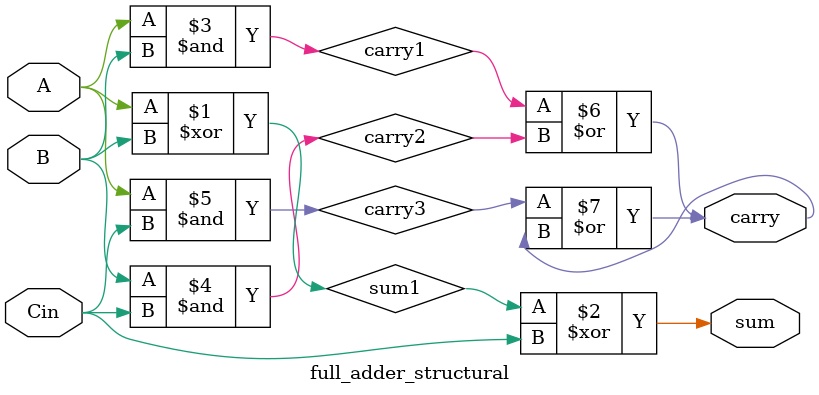
<source format=v>
module full_adder_structural(
    input A, B, Cin,
    output wire sum, carry
);
    wire sum1, carry1, carry2,carry3;
    
    xor(sum1, A, B);
    xor(sum, sum1, Cin);

    and(carry1, A, B);
    and(carry2, B,Cin);
    and(carry3, A,Cin);
    or(carry, carry1, carry2);
    or(carry, carry3, carry);

endmodule
</source>
